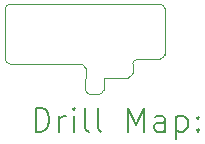
<source format=gbr>
%TF.GenerationSoftware,KiCad,Pcbnew,9.0.0*%
%TF.CreationDate,2025-03-29T16:30:24-06:00*%
%TF.ProjectId,USBCRibbonLite,55534243-5269-4626-926f-6e4c6974652e,rev?*%
%TF.SameCoordinates,Original*%
%TF.FileFunction,Drillmap*%
%TF.FilePolarity,Positive*%
%FSLAX45Y45*%
G04 Gerber Fmt 4.5, Leading zero omitted, Abs format (unit mm)*
G04 Created by KiCad (PCBNEW 9.0.0) date 2025-03-29 16:30:24*
%MOMM*%
%LPD*%
G01*
G04 APERTURE LIST*
%ADD10C,0.050000*%
%ADD11C,0.200000*%
G04 APERTURE END LIST*
D10*
X8190900Y-11319000D02*
G75*
G02*
X8230905Y-11356877I-7400J-47880D01*
G01*
X7675992Y-12085000D02*
X7598400Y-12085000D01*
X7715992Y-12047122D02*
G75*
G02*
X7675992Y-12084997I-47402J10002D01*
G01*
X7880900Y-11944000D02*
X7715992Y-11944000D01*
X7560900Y-12045092D02*
X7561003Y-11865000D01*
X7599078Y-12085092D02*
G75*
G02*
X7560899Y-12045092I10092J47852D01*
G01*
X6880900Y-11356878D02*
G75*
G02*
X6920901Y-11319005I47400J-10002D01*
G01*
X7521000Y-11827000D02*
X6918837Y-11827000D01*
X8190900Y-11786000D02*
X8000922Y-11786122D01*
X7960900Y-11906000D02*
G75*
G02*
X7920900Y-11944002I-47590J10040D01*
G01*
X6918900Y-11827000D02*
G75*
G02*
X6881025Y-11786999I10000J47400D01*
G01*
X7960900Y-11824000D02*
G75*
G02*
X8000900Y-11786125I47400J-10000D01*
G01*
X7960900Y-11906000D02*
X7960900Y-11824000D01*
X6880900Y-11786139D02*
X6880900Y-11356770D01*
X7715992Y-12047121D02*
X7715992Y-11944000D01*
X8230900Y-11356878D02*
X8230900Y-11748122D01*
X6920900Y-11319000D02*
X8190899Y-11319000D01*
X7521000Y-11827000D02*
G75*
G02*
X7560998Y-11865000I-7590J-48040D01*
G01*
X8230900Y-11748122D02*
G75*
G02*
X8190900Y-11786003I-47410J10002D01*
G01*
X7880900Y-11944000D02*
X7920039Y-11944000D01*
D11*
X7139177Y-12399076D02*
X7139177Y-12199076D01*
X7139177Y-12199076D02*
X7186796Y-12199076D01*
X7186796Y-12199076D02*
X7215367Y-12208600D01*
X7215367Y-12208600D02*
X7234415Y-12227647D01*
X7234415Y-12227647D02*
X7243939Y-12246695D01*
X7243939Y-12246695D02*
X7253462Y-12284790D01*
X7253462Y-12284790D02*
X7253462Y-12313362D01*
X7253462Y-12313362D02*
X7243939Y-12351457D01*
X7243939Y-12351457D02*
X7234415Y-12370505D01*
X7234415Y-12370505D02*
X7215367Y-12389552D01*
X7215367Y-12389552D02*
X7186796Y-12399076D01*
X7186796Y-12399076D02*
X7139177Y-12399076D01*
X7339177Y-12399076D02*
X7339177Y-12265743D01*
X7339177Y-12303838D02*
X7348701Y-12284790D01*
X7348701Y-12284790D02*
X7358224Y-12275266D01*
X7358224Y-12275266D02*
X7377272Y-12265743D01*
X7377272Y-12265743D02*
X7396320Y-12265743D01*
X7462986Y-12399076D02*
X7462986Y-12265743D01*
X7462986Y-12199076D02*
X7453462Y-12208600D01*
X7453462Y-12208600D02*
X7462986Y-12218124D01*
X7462986Y-12218124D02*
X7472510Y-12208600D01*
X7472510Y-12208600D02*
X7462986Y-12199076D01*
X7462986Y-12199076D02*
X7462986Y-12218124D01*
X7586796Y-12399076D02*
X7567748Y-12389552D01*
X7567748Y-12389552D02*
X7558224Y-12370505D01*
X7558224Y-12370505D02*
X7558224Y-12199076D01*
X7691558Y-12399076D02*
X7672510Y-12389552D01*
X7672510Y-12389552D02*
X7662986Y-12370505D01*
X7662986Y-12370505D02*
X7662986Y-12199076D01*
X7920129Y-12399076D02*
X7920129Y-12199076D01*
X7920129Y-12199076D02*
X7986796Y-12341933D01*
X7986796Y-12341933D02*
X8053462Y-12199076D01*
X8053462Y-12199076D02*
X8053462Y-12399076D01*
X8234415Y-12399076D02*
X8234415Y-12294314D01*
X8234415Y-12294314D02*
X8224891Y-12275266D01*
X8224891Y-12275266D02*
X8205843Y-12265743D01*
X8205843Y-12265743D02*
X8167748Y-12265743D01*
X8167748Y-12265743D02*
X8148701Y-12275266D01*
X8234415Y-12389552D02*
X8215367Y-12399076D01*
X8215367Y-12399076D02*
X8167748Y-12399076D01*
X8167748Y-12399076D02*
X8148701Y-12389552D01*
X8148701Y-12389552D02*
X8139177Y-12370505D01*
X8139177Y-12370505D02*
X8139177Y-12351457D01*
X8139177Y-12351457D02*
X8148701Y-12332409D01*
X8148701Y-12332409D02*
X8167748Y-12322886D01*
X8167748Y-12322886D02*
X8215367Y-12322886D01*
X8215367Y-12322886D02*
X8234415Y-12313362D01*
X8329653Y-12265743D02*
X8329653Y-12465743D01*
X8329653Y-12275266D02*
X8348701Y-12265743D01*
X8348701Y-12265743D02*
X8386796Y-12265743D01*
X8386796Y-12265743D02*
X8405844Y-12275266D01*
X8405844Y-12275266D02*
X8415367Y-12284790D01*
X8415367Y-12284790D02*
X8424891Y-12303838D01*
X8424891Y-12303838D02*
X8424891Y-12360981D01*
X8424891Y-12360981D02*
X8415367Y-12380028D01*
X8415367Y-12380028D02*
X8405844Y-12389552D01*
X8405844Y-12389552D02*
X8386796Y-12399076D01*
X8386796Y-12399076D02*
X8348701Y-12399076D01*
X8348701Y-12399076D02*
X8329653Y-12389552D01*
X8510605Y-12380028D02*
X8520129Y-12389552D01*
X8520129Y-12389552D02*
X8510605Y-12399076D01*
X8510605Y-12399076D02*
X8501082Y-12389552D01*
X8501082Y-12389552D02*
X8510605Y-12380028D01*
X8510605Y-12380028D02*
X8510605Y-12399076D01*
X8510605Y-12275266D02*
X8520129Y-12284790D01*
X8520129Y-12284790D02*
X8510605Y-12294314D01*
X8510605Y-12294314D02*
X8501082Y-12284790D01*
X8501082Y-12284790D02*
X8510605Y-12275266D01*
X8510605Y-12275266D02*
X8510605Y-12294314D01*
M02*

</source>
